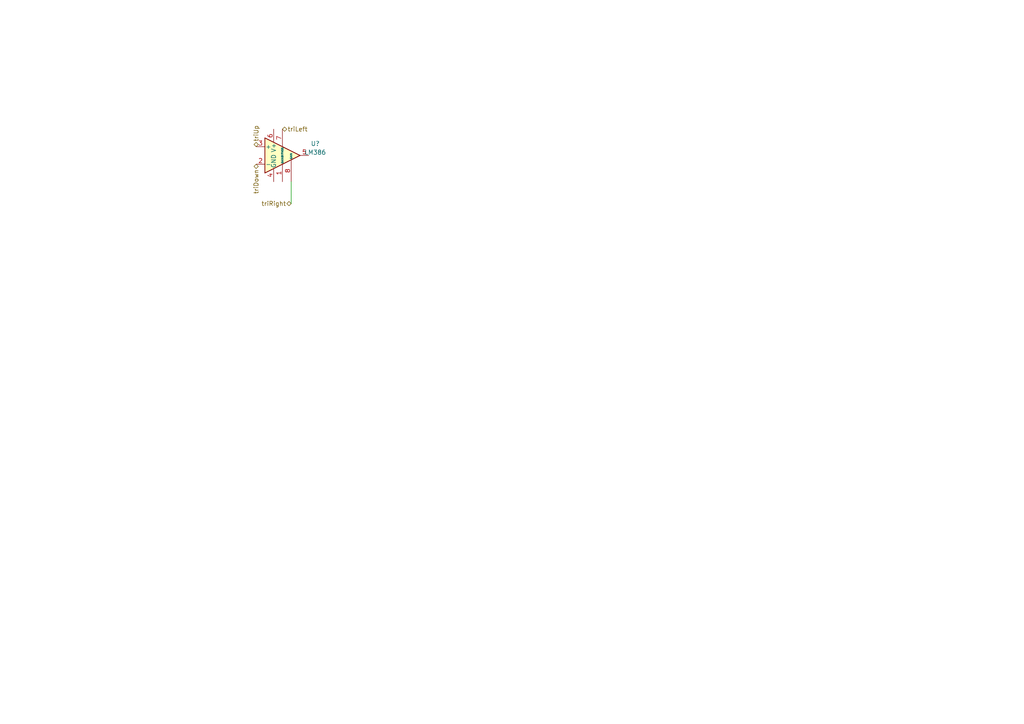
<source format=kicad_sch>
(kicad_sch (version 20230121) (generator eeschema)
  (paper "A4")
  (lib_symbols
    (symbol "Amplifier_Audio:LM386" (pin_names (offset 0.127))
      (property "Reference" "U" (at 1.27 7.62 0))
      (property "Value" "LM386" (at 1.27 5.08 0))
      (symbol "LM386_0_1"
        (polyline (pts (xy 5.08 0) (xy -5.08 5.08) (xy -5.08 -5.08) (xy 5.08 0)) (stroke (width 0.254)) (fill (type background)))
      )
      (symbol "LM386_1_1"
        (pin input line (at 0 -7.62 90) (length 5.08) (name "GAIN") (number "1"))
        (pin input line (at -7.62 -2.54 0) (length 2.54) (name "-") (number "2"))
        (pin input line (at -7.62 2.54 0) (length 2.54) (name "+") (number "3"))
        (pin power_in line (at -2.54 -7.62 90) (length 3.81) (name "GND") (number "4"))
        (pin output line (at 7.62 0 180) (length 2.54) (name "~") (number "5"))
        (pin power_in line (at -2.54 7.62 270) (length 3.81) (name "V+") (number "6"))
        (pin input line (at 0 7.62 270) (length 5.08) (name "BYPASS") (number "7"))
        (pin input line (at 2.54 -7.62 90) (length 6.35) (name "GAIN") (number "8"))
      )
    )
  )
  (wire (pts (xy 84.455 52.705) (xy 84.455 59.055)))
  (hierarchical_label "triDown" (shape tri_state) (at 74.295 47.625 270))
  (hierarchical_label "triRight" (shape tri_state) (at 84.455 59.055 180))
  (hierarchical_label "triUp" (shape tri_state) (at 74.295 42.545 90))
  (hierarchical_label "triLeft" (shape tri_state) (at 81.915 37.465 0))
  (symbol (lib_id "Amplifier_Audio:LM386") (at 81.915 45.085 0) (unit 1)
    (property "Reference" "U?" (at 91.44 41.6561 0))
    (property "Value" "LM386" (at 91.44 44.1961 0))
    (property "Datasheet" "http://www.ti.com/lit/ds/symlink/lm386.pdf" (effects hide))
  )
)
</source>
